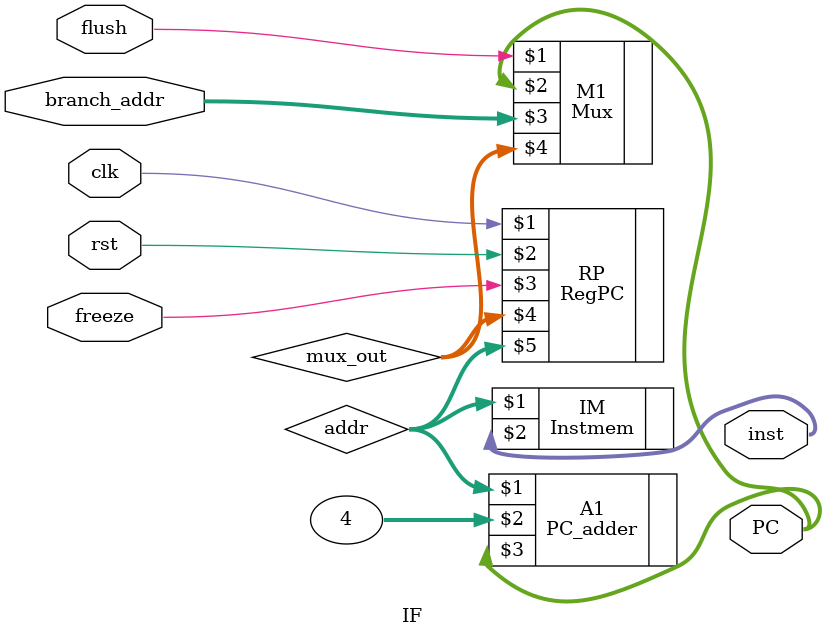
<source format=v>
module IF #(parameter WIDTH=32) (input clk, rst, flush, freeze, input [31:0] branch_addr, output [WIDTH-1 :0] inst, PC);
    wire [WIDTH-1 : 0] addr, mux_out;
    Mux #(WIDTH) M1(flush, PC,branch_addr, mux_out);
    RegPC #(WIDTH) RP(clk, rst, freeze , mux_out, addr);
    Instmem #(WIDTH, WIDTH) IM(addr, inst);
    PC_adder #(WIDTH) A1(addr, 32'd4, PC);

endmodule
</source>
